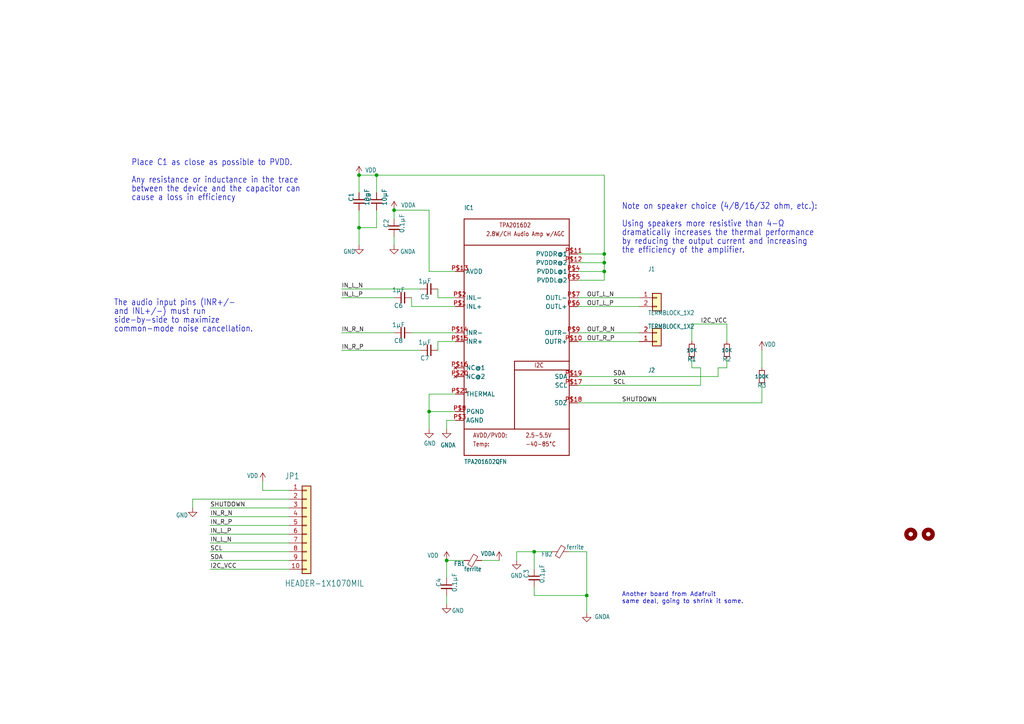
<source format=kicad_sch>
(kicad_sch (version 20211123) (generator eeschema)
  (paper "A4")
  (lib_symbols
    (symbol "Connector_Generic:Conn_01x02" (pin_names (offset 1.016) hide)
      (property "Reference" "J" (at 0 2.54 0))
      (property "Value" "Conn_01x02" (at 0 -5.08 0))
      (symbol "Conn_01x02_1_1"
        (rectangle (start -1.27 -2.413) (end 0 -2.667) (stroke (width 0.1524)))
        (rectangle (start -1.27 0.127) (end 0 -0.127) (stroke (width 0.1524)))
        (rectangle (start -1.27 1.27) (end 1.27 -3.81) (stroke (width 0.254)) (fill (type background)))
        (pin passive line (at -5.08 0 0) (length 3.81) (name "Pin_1") (number "1"))
        (pin passive line (at -5.08 -2.54 0) (length 3.81) (name "Pin_2") (number "2"))
      )
    )
    (symbol "Connector_Generic:Conn_01x10" (pin_names (offset 1.016) hide)
      (property "Reference" "J" (at 0 12.7 0))
      (property "Value" "Conn_01x10" (at 0 -15.24 0))
      (symbol "Conn_01x10_1_1"
        (rectangle (start -1.27 -12.573) (end 0 -12.827) (stroke (width 0.1524)))
        (rectangle (start -1.27 -10.033) (end 0 -10.287) (stroke (width 0.1524)))
        (rectangle (start -1.27 -7.493) (end 0 -7.747) (stroke (width 0.1524)))
        (rectangle (start -1.27 -4.953) (end 0 -5.207) (stroke (width 0.1524)))
        (rectangle (start -1.27 -2.413) (end 0 -2.667) (stroke (width 0.1524)))
        (rectangle (start -1.27 0.127) (end 0 -0.127) (stroke (width 0.1524)))
        (rectangle (start -1.27 2.667) (end 0 2.413) (stroke (width 0.1524)))
        (rectangle (start -1.27 5.207) (end 0 4.953) (stroke (width 0.1524)))
        (rectangle (start -1.27 7.747) (end 0 7.493) (stroke (width 0.1524)))
        (rectangle (start -1.27 10.287) (end 0 10.033) (stroke (width 0.1524)))
        (rectangle (start -1.27 11.43) (end 1.27 -13.97) (stroke (width 0.254)) (fill (type background)))
        (pin passive line (at -5.08 10.16 0) (length 3.81) (name "Pin_1") (number "1"))
        (pin passive line (at -5.08 -12.7 0) (length 3.81) (name "Pin_10") (number "10"))
        (pin passive line (at -5.08 7.62 0) (length 3.81) (name "Pin_2") (number "2"))
        (pin passive line (at -5.08 5.08 0) (length 3.81) (name "Pin_3") (number "3"))
        (pin passive line (at -5.08 2.54 0) (length 3.81) (name "Pin_4") (number "4"))
        (pin passive line (at -5.08 0 0) (length 3.81) (name "Pin_5") (number "5"))
        (pin passive line (at -5.08 -2.54 0) (length 3.81) (name "Pin_6") (number "6"))
        (pin passive line (at -5.08 -5.08 0) (length 3.81) (name "Pin_7") (number "7"))
        (pin passive line (at -5.08 -7.62 0) (length 3.81) (name "Pin_8") (number "8"))
        (pin passive line (at -5.08 -10.16 0) (length 3.81) (name "Pin_9") (number "9"))
      )
    )
    (symbol "Device:C_Small" (pin_numbers hide) (pin_names (offset 0.254) hide)
      (property "Reference" "C" (at 0.254 1.778 0))
      (property "Value" "C_Small" (at 0.254 -2.032 0))
      (symbol "C_Small_0_1"
        (polyline (pts (xy -1.524 -0.508) (xy 1.524 -0.508)) (stroke (width 0.3302)))
        (polyline (pts (xy -1.524 0.508) (xy 1.524 0.508)) (stroke (width 0.3048)))
      )
      (symbol "C_Small_1_1"
        (pin passive line (at 0 2.54 270) (length 2.032) (name "~") (number "1"))
        (pin passive line (at 0 -2.54 90) (length 2.032) (name "~") (number "2"))
      )
    )
    (symbol "Device:FerriteBead_Small" (pin_numbers hide) (pin_names (offset 0))
      (property "Reference" "FB" (at 1.905 1.27 0))
      (property "Value" "FerriteBead_Small" (at 1.905 -1.27 0))
      (symbol "FerriteBead_Small_0_1"
        (polyline (pts (xy 0 -1.27) (xy 0 -0.7874)))
        (polyline (pts (xy 0 0.889) (xy 0 1.2954)))
        (polyline (pts (xy -1.8288 0.2794) (xy -1.1176 1.4986) (xy 1.8288 -0.2032) (xy 1.1176 -1.4224) (xy -1.8288 0.2794)))
      )
      (symbol "FerriteBead_Small_1_1"
        (pin passive line (at 0 2.54 270) (length 1.27) (name "~") (number "1"))
        (pin passive line (at 0 -2.54 90) (length 1.27) (name "~") (number "2"))
      )
    )
    (symbol "Device:R_Small" (pin_numbers hide) (pin_names (offset 0.254) hide)
      (property "Reference" "R" (at 0.762 0.508 0))
      (property "Value" "R_Small" (at 0.762 -1.016 0))
      (symbol "R_Small_0_1"
        (rectangle (start -0.762 1.778) (end 0.762 -1.778) (stroke (width 0.2032)))
      )
      (symbol "R_Small_1_1"
        (pin passive line (at 0 2.54 270) (length 0.762) (name "~") (number "1"))
        (pin passive line (at 0 -2.54 90) (length 0.762) (name "~") (number "2"))
      )
    )
    (symbol "Mechanical:MountingHole" (pin_names (offset 1.016))
      (property "Reference" "H" (at 0 5.08 0))
      (property "Value" "MountingHole" (at 0 3.175 0))
      (symbol "MountingHole_0_1"
        (circle (center 0 0) (radius 1.27) (stroke (width 1.27)))
      )
    )
    (symbol "TPA2016D2-eagle-import:TPA2016D2QFN"
      (property "Reference" "IC" (at -15.24 33.02 0))
      (property "Value" "TPA2016D2QFN" (at -15.24 -40.64 0))
      (symbol "TPA2016D2QFN_1_0"
        (polyline (pts (xy -15.24 -38.1) (xy -15.24 -30.48)) (stroke (width 0.254)))
        (polyline (pts (xy -15.24 -30.48) (xy -15.24 22.86)) (stroke (width 0.254)))
        (polyline (pts (xy -15.24 22.86) (xy 15.24 22.86)) (stroke (width 0.254)))
        (polyline (pts (xy -15.24 30.48) (xy -15.24 22.86)) (stroke (width 0.254)))
        (polyline (pts (xy -15.24 30.48) (xy 15.24 30.48)) (stroke (width 0.254)))
        (polyline (pts (xy -0.635 -30.48) (xy -15.24 -30.48)) (stroke (width 0.254)))
        (polyline (pts (xy -0.635 -13.335) (xy -0.635 -30.48)) (stroke (width 0.254)))
        (polyline (pts (xy -0.635 -13.335) (xy 15.24 -13.335)) (stroke (width 0.254)))
        (polyline (pts (xy -0.635 -10.795) (xy -0.635 -13.335)) (stroke (width 0.254)))
        (polyline (pts (xy 15.24 -38.1) (xy -15.24 -38.1)) (stroke (width 0.254)))
        (polyline (pts (xy 15.24 -38.1) (xy 15.24 -30.48)) (stroke (width 0.254)))
        (polyline (pts (xy 15.24 -30.48) (xy -0.635 -30.48)) (stroke (width 0.254)))
        (polyline (pts (xy 15.24 -13.335) (xy 15.24 -30.48)) (stroke (width 0.254)))
        (polyline (pts (xy 15.24 -10.795) (xy -0.635 -10.795)) (stroke (width 0.254)))
        (polyline (pts (xy 15.24 -10.795) (xy 15.24 -13.335)) (stroke (width 0.254)))
        (polyline (pts (xy 15.24 22.86) (xy 15.24 -10.795)) (stroke (width 0.254)))
        (polyline (pts (xy 15.24 30.48) (xy 15.24 22.86)) (stroke (width 0.254)))
        (text "-40-85°C" (at 2.54 -35.56 0) (effects (font (size 1.27 1.0795)) (justify left bottom)))
        (text "2.5-5.5V" (at 2.54 -33.02 0) (effects (font (size 1.27 1.0795)) (justify left bottom)))
        (text "2.8W/CH Audio Amp w/AGC" (at -8.89 25.4 0) (effects (font (size 1.27 1.0795)) (justify left bottom)))
        (text "AVDD/PVDD:" (at -12.7 -33.02 0) (effects (font (size 1.27 1.0795)) (justify left bottom)))
        (text "I2C" (at 5.08 -12.7 0) (effects (font (size 1.27 1.0795)) (justify left bottom)))
        (text "Temp:" (at -12.7 -35.56 0) (effects (font (size 1.27 1.0795)) (justify left bottom)))
        (text "TPA2016D2" (at -5.08 27.94 0) (effects (font (size 1.27 1.0795)) (justify left bottom)))
        (pin input line (at -17.78 5.08 0) (length 2.54) (name "INL+") (number "P$1"))
        (pin output line (at 17.78 -5.08 180) (length 2.54) (name "OUTR+") (number "P$10"))
        (pin power_in line (at 17.78 20.32 180) (length 2.54) (name "PVDDR@1") (number "P$11"))
        (pin power_in line (at 17.78 17.78 180) (length 2.54) (name "PVDDR@2") (number "P$12"))
        (pin power_in line (at -17.78 15.24 0) (length 2.54) (name "AVDD") (number "P$13"))
        (pin input line (at -17.78 -2.54 0) (length 2.54) (name "INR-") (number "P$14"))
        (pin input line (at -17.78 -5.08 0) (length 2.54) (name "INR+") (number "P$15"))
        (pin no_connect line (at -17.78 -12.7 0) (length 2.54) (name "NC@1") (number "P$16"))
        (pin bidirectional line (at 17.78 -17.78 180) (length 2.54) (name "SCL") (number "P$17"))
        (pin input line (at 17.78 -22.86 180) (length 2.54) (name "SDZ") (number "P$18"))
        (pin bidirectional line (at 17.78 -15.24 180) (length 2.54) (name "SDA") (number "P$19"))
        (pin input line (at -17.78 7.62 0) (length 2.54) (name "INL-") (number "P$2"))
        (pin no_connect line (at -17.78 -15.24 0) (length 2.54) (name "NC@2") (number "P$20"))
        (pin bidirectional line (at -17.78 -20.32 0) (length 2.54) (name "THERMAL") (number "P$21"))
        (pin power_in line (at -17.78 -27.94 0) (length 2.54) (name "AGND") (number "P$3"))
        (pin power_in line (at 17.78 15.24 180) (length 2.54) (name "PVDDL@1") (number "P$4"))
        (pin power_in line (at 17.78 12.7 180) (length 2.54) (name "PVDDL@2") (number "P$5"))
        (pin output line (at 17.78 5.08 180) (length 2.54) (name "OUTL+") (number "P$6"))
        (pin output line (at 17.78 7.62 180) (length 2.54) (name "OUTL-") (number "P$7"))
        (pin power_in line (at -17.78 -25.4 0) (length 2.54) (name "PGND") (number "P$8"))
        (pin output line (at 17.78 -2.54 180) (length 2.54) (name "OUTR-") (number "P$9"))
      )
    )
    (symbol "power:GND" (power) (pin_names (offset 0))
      (property "Value" "GND" (at 0 -3.81 0))
      (symbol "GND_0_1"
        (polyline (pts (xy 0 0) (xy 0 -1.27) (xy 1.27 -1.27) (xy 0 -2.54) (xy -1.27 -1.27) (xy 0 -1.27)))
      )
      (symbol "GND_1_1"
        (pin power_in line (at 0 0 270) (length 0) hide (name "GND") (number "1"))
      )
    )
    (symbol "power:GNDA" (power) (pin_names (offset 0))
      (property "Value" "GNDA" (at 0 -3.81 0))
      (symbol "GNDA_0_1"
        (polyline (pts (xy 0 0) (xy 0 -1.27) (xy 1.27 -1.27) (xy 0 -2.54) (xy -1.27 -1.27) (xy 0 -1.27)))
      )
      (symbol "GNDA_1_1"
        (pin power_in line (at 0 0 270) (length 0) hide (name "GNDA") (number "1"))
      )
    )
    (symbol "power:VDD" (power) (pin_names (offset 0))
      (property "Value" "VDD" (at 0 3.81 0))
      (symbol "VDD_0_1"
        (polyline (pts (xy -0.762 1.27) (xy 0 2.54)))
        (polyline (pts (xy 0 0) (xy 0 2.54)))
        (polyline (pts (xy 0 2.54) (xy 0.762 1.27)))
      )
      (symbol "VDD_1_1"
        (pin power_in line (at 0 0 90) (length 0) hide (name "VDD") (number "1"))
      )
    )
    (symbol "power:VDDA" (power) (pin_names (offset 0))
      (property "Value" "VDDA" (at 0 3.81 0))
      (symbol "VDDA_0_1"
        (polyline (pts (xy -0.762 1.27) (xy 0 2.54)))
        (polyline (pts (xy 0 0) (xy 0 2.54)))
        (polyline (pts (xy 0 2.54) (xy 0.762 1.27)))
      )
      (symbol "VDDA_1_1"
        (pin power_in line (at 0 0 90) (length 0) hide (name "VDDA") (number "1"))
      )
    )
  )
  (junction (at 175.26 76.2))
  (junction (at 129.54 162.56))
  (junction (at 109.22 50.8))
  (junction (at 170.18 172.72))
  (junction (at 104.14 66.04))
  (junction (at 114.3 60.96))
  (junction (at 175.26 78.74))
  (junction (at 175.26 73.66))
  (junction (at 124.46 119.38))
  (junction (at 104.14 50.8))
  (junction (at 154.94 160.02))
  (wire (pts (xy 99.06 96.52) (xy 114.3 96.52)))
  (wire (pts (xy 109.22 66.04) (xy 109.22 60.96)))
  (wire (pts (xy 167.64 111.76) (xy 203.2 111.76)))
  (wire (pts (xy 83.82 157.48) (xy 60.96 157.48)))
  (wire (pts (xy 160.02 160.02) (xy 154.94 160.02)))
  (wire (pts (xy 127 101.6) (xy 127 99.06)))
  (wire (pts (xy 83.82 160.02) (xy 60.96 160.02)))
  (wire (pts (xy 114.3 68.58) (xy 114.3 71.12)))
  (wire (pts (xy 124.46 78.74) (xy 124.46 60.96)))
  (wire (pts (xy 210.82 104.14) (xy 210.82 106.68)))
  (wire (pts (xy 167.64 109.22) (xy 208.28 109.22)))
  (wire (pts (xy 104.14 50.8) (xy 104.14 55.88)))
  (wire (pts (xy 208.28 106.68) (xy 210.82 106.68)))
  (wire (pts (xy 132.08 121.92) (xy 129.54 121.92)))
  (wire (pts (xy 167.64 88.9) (xy 185.42 88.9)))
  (wire (pts (xy 175.26 50.8) (xy 175.26 73.66)))
  (wire (pts (xy 124.46 114.3) (xy 124.46 119.38)))
  (wire (pts (xy 124.46 119.38) (xy 124.46 124.46)))
  (wire (pts (xy 129.54 162.56) (xy 134.62 162.56)))
  (wire (pts (xy 149.86 160.02) (xy 149.86 162.56)))
  (wire (pts (xy 99.06 86.36) (xy 114.3 86.36)))
  (wire (pts (xy 154.94 172.72) (xy 170.18 172.72)))
  (wire (pts (xy 132.08 78.74) (xy 124.46 78.74)))
  (wire (pts (xy 175.26 73.66) (xy 175.26 76.2)))
  (wire (pts (xy 55.88 144.78) (xy 83.82 144.78)))
  (wire (pts (xy 129.54 172.72) (xy 129.54 175.26)))
  (wire (pts (xy 127 86.36) (xy 127 83.82)))
  (wire (pts (xy 83.82 154.94) (xy 60.96 154.94)))
  (wire (pts (xy 83.82 152.4) (xy 60.96 152.4)))
  (wire (pts (xy 220.98 111.76) (xy 220.98 116.84)))
  (wire (pts (xy 119.38 96.52) (xy 132.08 96.52)))
  (wire (pts (xy 83.82 147.32) (xy 60.96 147.32)))
  (wire (pts (xy 104.14 66.04) (xy 109.22 66.04)))
  (wire (pts (xy 60.96 162.56) (xy 83.82 162.56)))
  (wire (pts (xy 76.2 142.24) (xy 76.2 139.7)))
  (wire (pts (xy 119.38 86.36) (xy 119.38 88.9)))
  (wire (pts (xy 167.64 96.52) (xy 185.42 96.52)))
  (wire (pts (xy 114.3 60.96) (xy 114.3 63.5)))
  (wire (pts (xy 200.66 104.14) (xy 200.66 106.68)))
  (wire (pts (xy 200.66 93.98) (xy 200.66 99.06)))
  (wire (pts (xy 170.18 172.72) (xy 170.18 177.8)))
  (wire (pts (xy 208.28 109.22) (xy 208.28 106.68)))
  (wire (pts (xy 167.64 99.06) (xy 185.42 99.06)))
  (wire (pts (xy 154.94 160.02) (xy 154.94 165.1)))
  (wire (pts (xy 83.82 149.86) (xy 60.96 149.86)))
  (wire (pts (xy 139.7 162.56) (xy 144.78 162.56)))
  (wire (pts (xy 104.14 60.96) (xy 104.14 66.04)))
  (wire (pts (xy 109.22 50.8) (xy 109.22 55.88)))
  (wire (pts (xy 154.94 160.02) (xy 149.86 160.02)))
  (wire (pts (xy 104.14 66.04) (xy 104.14 71.12)))
  (wire (pts (xy 203.2 111.76) (xy 203.2 106.68)))
  (wire (pts (xy 129.54 162.56) (xy 129.54 167.64)))
  (wire (pts (xy 154.94 170.18) (xy 154.94 172.72)))
  (wire (pts (xy 124.46 60.96) (xy 114.3 60.96)))
  (wire (pts (xy 170.18 160.02) (xy 170.18 172.72)))
  (wire (pts (xy 210.82 93.98) (xy 200.66 93.98)))
  (wire (pts (xy 175.26 78.74) (xy 175.26 81.28)))
  (wire (pts (xy 83.82 142.24) (xy 76.2 142.24)))
  (wire (pts (xy 104.14 50.8) (xy 109.22 50.8)))
  (wire (pts (xy 175.26 81.28) (xy 167.64 81.28)))
  (wire (pts (xy 129.54 121.92) (xy 129.54 124.46)))
  (wire (pts (xy 132.08 119.38) (xy 124.46 119.38)))
  (wire (pts (xy 119.38 88.9) (xy 132.08 88.9)))
  (wire (pts (xy 167.64 86.36) (xy 185.42 86.36)))
  (wire (pts (xy 127 99.06) (xy 132.08 99.06)))
  (wire (pts (xy 132.08 114.3) (xy 124.46 114.3)))
  (wire (pts (xy 55.88 144.78) (xy 55.88 147.32)))
  (wire (pts (xy 167.64 116.84) (xy 220.98 116.84)))
  (wire (pts (xy 99.06 101.6) (xy 121.92 101.6)))
  (wire (pts (xy 167.64 73.66) (xy 175.26 73.66)))
  (wire (pts (xy 210.82 93.98) (xy 210.82 99.06)))
  (wire (pts (xy 165.1 160.02) (xy 170.18 160.02)))
  (wire (pts (xy 99.06 83.82) (xy 121.92 83.82)))
  (wire (pts (xy 167.64 78.74) (xy 175.26 78.74)))
  (wire (pts (xy 220.98 101.6) (xy 220.98 106.68)))
  (wire (pts (xy 175.26 76.2) (xy 175.26 78.74)))
  (wire (pts (xy 132.08 86.36) (xy 127 86.36)))
  (wire (pts (xy 203.2 106.68) (xy 200.66 106.68)))
  (wire (pts (xy 83.82 165.1) (xy 60.96 165.1)))
  (wire (pts (xy 175.26 76.2) (xy 167.64 76.2)))
  (wire (pts (xy 109.22 50.8) (xy 175.26 50.8)))
  (text "between the device and the capacitor can" (at 38.1 55.88 180) (effects (font (size 1.778 1.5113)) (justify left bottom)))
  (text "common-mode noise cancellation." (at 33.02 96.52 180) (effects (font (size 1.778 1.5113)) (justify left bottom)))
  (text "Another board from Adafruit\nsame deal, going to shrink it some." (at 180.34 175.26 0) (effects (font (size 1.27 1.27)) (justify left bottom)))
  (text "the efficiency of the amplifier." (at 180.34 73.66 180) (effects (font (size 1.778 1.5113)) (justify left bottom)))
  (text "and INL+/-) must run" (at 33.02 91.44 180) (effects (font (size 1.778 1.5113)) (justify left bottom)))
  (text "cause a loss in efficiency" (at 38.1 58.42 180) (effects (font (size 1.778 1.5113)) (justify left bottom)))
  (text "Using speakers more resistive than 4-Ω" (at 180.34 66.04 180) (effects (font (size 1.778 1.5113)) (justify left bottom)))
  (text "dramatically increases the thermal performance" (at 180.34 68.58 180) (effects (font (size 1.778 1.5113)) (justify left bottom)))
  (text "Place C1 as close as possible to PVDD." (at 38.1 48.26 180) (effects (font (size 1.778 1.5113)) (justify left bottom)))
  (text "The audio input pins (INR+/-" (at 33.02 88.9 180) (effects (font (size 1.778 1.5113)) (justify left bottom)))
  (text "Any resistance or inductance in the trace" (at 38.1 53.34 180) (effects (font (size 1.778 1.5113)) (justify left bottom)))
  (text "Note on speaker choice (4/8/16/32 ohm, etc.):" (at 180.34 60.96 180) (effects (font (size 1.778 1.5113)) (justify left bottom)))
  (text "by reducing the output current and increasing" (at 180.34 71.12 180) (effects (font (size 1.778 1.5113)) (justify left bottom)))
  (text "side-by-side to maximize" (at 33.02 93.98 180) (effects (font (size 1.778 1.5113)) (justify left bottom)))
  (label "SCL" (at 177.8 111.76 0) (effects (font (size 1.2446 1.2446))))
  (label "OUT_L_P" (at 170.18 88.9 0) (effects (font (size 1.2446 1.2446))))
  (label "I2C_VCC" (at 203.2 93.98 0) (effects (font (size 1.2446 1.2446))))
  (label "IN_L_P" (at 60.96 154.94 0) (effects (font (size 1.2446 1.2446))))
  (label "OUT_L_N" (at 170.18 86.36 0) (effects (font (size 1.2446 1.2446))))
  (label "SDA" (at 177.8 109.22 0) (effects (font (size 1.2446 1.2446))))
  (label "IN_R_P" (at 60.96 152.4 0) (effects (font (size 1.2446 1.2446))))
  (label "SHUTDOWN" (at 180.34 116.84 0) (effects (font (size 1.2446 1.2446))))
  (label "IN_R_P" (at 99.06 101.6 0) (effects (font (size 1.2446 1.2446))))
  (label "SHUTDOWN" (at 60.96 147.32 0) (effects (font (size 1.2446 1.2446))))
  (label "IN_L_N" (at 99.06 83.82 0) (effects (font (size 1.2446 1.2446))))
  (label "SCL" (at 60.96 160.02 0) (effects (font (size 1.2446 1.2446))))
  (label "SDA" (at 60.96 162.56 0) (effects (font (size 1.2446 1.2446))))
  (label "OUT_R_P" (at 170.18 99.06 0) (effects (font (size 1.2446 1.2446))))
  (label "I2C_VCC" (at 60.96 165.1 0) (effects (font (size 1.2446 1.2446))))
  (label "IN_R_N" (at 60.96 149.86 0) (effects (font (size 1.2446 1.2446))))
  (label "IN_L_N" (at 60.96 157.48 0) (effects (font (size 1.2446 1.2446))))
  (label "IN_L_P" (at 99.06 86.36 0) (effects (font (size 1.2446 1.2446))))
  (label "IN_R_N" (at 99.06 96.52 0) (effects (font (size 1.2446 1.2446))))
  (label "OUT_R_N" (at 170.18 96.52 0) (effects (font (size 1.2446 1.2446))))
  (symbol (lib_id "Device:C_Small") (at 154.94 167.64 0) (unit 1)
    (property "Reference" "C3" (at 152.65 166.39 90))
    (property "Value" "0.1µF" (at 157.24 166.39 90))
    (property "Footprint" "Capacitor_SMD:C_0805_2012Metric" (effects hide))
  )
  (symbol (lib_id "Connector_Generic:Conn_01x02") (at 190.5 99.06 0) (mirror x) (unit 1)
    (property "Reference" "J2" (at 187.96 106.68 0) (effects (font (size 1.27 1.0795)) (justify left bottom)))
    (property "Value" "TERMBLOCK_1X2" (at 187.96 93.98 0) (effects (font (size 1.27 1.0795)) (justify left bottom)))
    (property "Footprint" "Connector_PinHeader_2.54mm:PinHeader_1x02_P2.54mm_Vertical" (effects hide))
  )
  (symbol (lib_id "power:VDD") (at 220.98 101.6 0) (unit 1)
    (property "Reference" "#U$2" (effects hide))
    (property "Value" "VDD" (at 221.742 100.584 0) (effects (font (size 1.27 1.0795)) (justify left bottom)))
  )
  (symbol (lib_id "power:VDD") (at 76.2 139.7 0) (unit 1)
    (property "Reference" "#U$18" (effects hide))
    (property "Value" "VDD" (at 71.628 138.684 0) (effects (font (size 1.27 1.0795)) (justify left bottom)))
  )
  (symbol (lib_id "Device:R_Small") (at 220.98 109.22 180) (unit 1)
    (property "Reference" "R3" (at 220.98 111.76 0))
    (property "Value" "100K" (at 220.98 109.22 0) (effects (font (size 1.016 1.016) bold)))
    (property "Footprint" "Capacitor_SMD:C_0805_2012Metric" (effects hide))
  )
  (symbol (lib_id "Device:FerriteBead_Small") (at 162.56 160.02 90) (unit 1)
    (property "Reference" "FB2" (at 160.274 160.02 90) (effects (font (size 1.27 1.0795)) (justify left bottom)))
    (property "Value" "ferrite" (at 169.418 157.988 90) (effects (font (size 1.27 1.0795)) (justify left bottom)))
    (property "Footprint" "Resistor_SMD:R_0805_2012Metric" (effects hide))
  )
  (symbol (lib_id "power:GND") (at 55.88 147.32 0) (unit 1)
    (property "Reference" "#U$19" (effects hide))
    (property "Value" "GND" (at 51.054 150.114 0) (effects (font (size 1.27 1.0795)) (justify left bottom)))
  )
  (symbol (lib_id "power:GND") (at 104.14 71.12 0) (unit 1)
    (property "Reference" "#U$11" (effects hide))
    (property "Value" "GND" (at 99.568 73.66 0) (effects (font (size 1.27 1.0795)) (justify left bottom)))
  )
  (symbol (lib_id "Device:C_Small") (at 109.22 58.42 0) (unit 1)
    (property "Reference" "C9" (at 106.93 57.17 90))
    (property "Value" "10µF" (at 111.52 57.17 90))
    (property "Footprint" "Capacitor_SMD:C_0805_2012Metric" (effects hide))
  )
  (symbol (lib_id "Device:C_Small") (at 124.46 83.82 90) (unit 1)
    (property "Reference" "C5" (at 123.21 86.11 90))
    (property "Value" "1µF" (at 123.21 81.52 90))
    (property "Footprint" "Capacitor_SMD:C_0805_2012Metric" (effects hide))
  )
  (symbol (lib_id "Connector_Generic:Conn_01x02") (at 190.5 86.36 0) (unit 1)
    (property "Reference" "J1" (at 187.96 78.74 0) (effects (font (size 1.27 1.0795)) (justify left bottom)))
    (property "Value" "TERMBLOCK_1X2" (at 187.96 91.44 0) (effects (font (size 1.27 1.0795)) (justify left bottom)))
    (property "Footprint" "Connector_PinHeader_2.54mm:PinHeader_1x02_P2.54mm_Vertical" (effects hide))
  )
  (symbol (lib_id "power:GNDA") (at 114.3 71.12 0) (unit 1)
    (property "Reference" "#U$16" (effects hide))
    (property "Value" "AGND" (at 116.078 73.66 0) (effects (font (size 1.27 1.0795)) (justify left bottom)))
  )
  (symbol (lib_id "Device:R_Small") (at 200.66 101.6 180) (unit 1)
    (property "Reference" "R1" (at 200.66 104.14 0))
    (property "Value" "10K" (at 200.66 101.6 0) (effects (font (size 1.016 1.016) bold)))
    (property "Footprint" "Capacitor_SMD:C_0805_2012Metric" (effects hide))
  )
  (symbol (lib_id "Device:C_Small") (at 116.84 96.52 90) (unit 1)
    (property "Reference" "C8" (at 115.59 98.81 90))
    (property "Value" "1µF" (at 115.59 94.22 90))
    (property "Footprint" "Capacitor_SMD:C_0805_2012Metric" (effects hide))
  )
  (symbol (lib_id "power:GND") (at 124.46 124.46 0) (unit 1)
    (property "Reference" "#U$5" (effects hide))
    (property "Value" "GND" (at 122.936 129.286 0) (effects (font (size 1.27 1.0795)) (justify left bottom)))
  )
  (symbol (lib_id "power:GND") (at 149.86 162.56 0) (unit 1)
    (property "Reference" "#U$6" (effects hide))
    (property "Value" "GND" (at 148.082 167.64 0) (effects (font (size 1.27 1.0795)) (justify left bottom)))
  )
  (symbol (lib_id "Mechanical:MountingHole") (at 264.16 154.94 0) (unit 1)
    (property "Reference" "U$21" (effects hide))
    (property "Value" "MOUNTINGHOLE" (effects hide))
    (property "Footprint" "MountingHole:MountingHole_2.2mm_M2" (effects hide))
  )
  (symbol (lib_id "Mechanical:MountingHole") (at 269.24 154.94 0) (unit 1)
    (property "Reference" "U$20" (effects hide))
    (property "Value" "MOUNTINGHOLE" (effects hide))
    (property "Footprint" "MountingHole:MountingHole_2.2mm_M2" (effects hide))
  )
  (symbol (lib_id "Device:R_Small") (at 210.82 101.6 180) (unit 1)
    (property "Reference" "R2" (at 210.82 104.14 0))
    (property "Value" "10K" (at 210.82 101.6 0) (effects (font (size 1.016 1.016) bold)))
    (property "Footprint" "Capacitor_SMD:C_0805_2012Metric" (effects hide))
  )
  (symbol (lib_id "Device:C_Small") (at 114.3 66.04 0) (unit 1)
    (property "Reference" "C2" (at 112.01 64.79 90))
    (property "Value" "0.1µF" (at 116.6 64.79 90))
    (property "Footprint" "Capacitor_SMD:C_0805_2012Metric" (effects hide))
  )
  (symbol (lib_id "power:VDD") (at 104.14 50.8 0) (unit 1)
    (property "Reference" "#U$10" (effects hide))
    (property "Value" "VDD" (at 105.918 50.038 0) (effects (font (size 1.27 1.0795)) (justify left bottom)))
  )
  (symbol (lib_id "power:GND") (at 129.54 175.26 0) (unit 1)
    (property "Reference" "#U$17" (effects hide))
    (property "Value" "GND" (at 131.064 177.8 0) (effects (font (size 1.27 1.0795)) (justify left bottom)))
  )
  (symbol (lib_id "power:VDDA") (at 114.3 60.96 0) (unit 1)
    (property "Reference" "#U$15" (effects hide))
    (property "Value" "AVDD" (at 116.332 60.198 0) (effects (font (size 1.27 1.0795)) (justify left bottom)))
  )
  (symbol (lib_id "power:GNDA") (at 129.54 124.46 0) (unit 1)
    (property "Reference" "#U$14" (effects hide))
    (property "Value" "AGND" (at 127.762 129.794 0) (effects (font (size 1.27 1.0795)) (justify left bottom)))
  )
  (symbol (lib_id "power:VDD") (at 129.54 162.56 0) (unit 1)
    (property "Reference" "#U$7" (effects hide))
    (property "Value" "VDD" (at 123.952 161.798 0) (effects (font (size 1.27 1.0795)) (justify left bottom)))
  )
  (symbol (lib_id "power:GNDA") (at 170.18 177.8 0) (unit 1)
    (property "Reference" "#U$8" (effects hide))
    (property "Value" "GNDA" (at 172.466 179.578 0) (effects (font (size 1.27 1.0795)) (justify left bottom)))
  )
  (symbol (lib_id "power:VDDA") (at 144.78 162.56 0) (unit 1)
    (property "Reference" "#U$9" (effects hide))
    (property "Value" "AVDD" (at 139.446 161.29 0) (effects (font (size 1.27 1.0795)) (justify left bottom)))
  )
  (symbol (lib_id "Device:C_Small") (at 116.84 86.36 90) (unit 1)
    (property "Reference" "C6" (at 115.59 88.65 90))
    (property "Value" "1µF" (at 115.59 84.06 90))
    (property "Footprint" "Capacitor_SMD:C_0805_2012Metric" (effects hide))
  )
  (symbol (lib_id "Device:FerriteBead_Small") (at 137.16 162.56 90) (unit 1)
    (property "Reference" "FB1" (at 134.874 162.814 90) (effects (font (size 1.27 1.0795)) (justify left bottom)))
    (property "Value" "ferrite" (at 139.7 164.338 90) (effects (font (size 1.27 1.0795)) (justify left bottom)))
    (property "Footprint" "Resistor_SMD:R_0805_2012Metric" (effects hide))
  )
  (symbol (lib_id "TPA2016D2-eagle-import:TPA2016D2QFN") (at 149.86 93.98 0) (unit 1)
    (property "Reference" "IC1" (at 134.62 60.96 0) (effects (font (size 1.27 1.0795)) (justify left bottom)))
    (property "Value" "TPA2016D2QFN" (at 134.62 134.62 0) (effects (font (size 1.27 1.0795)) (justify left bottom)))
    (property "Footprint" "Package_DFN_QFN:QFN-20-1EP_4x4mm_P0.5mm_EP2.5x2.5mm" (effects hide))
  )
  (symbol (lib_id "Device:C_Small") (at 104.14 58.42 0) (unit 1)
    (property "Reference" "C1" (at 101.85 57.17 90))
    (property "Value" "10µF" (at 106.44 57.17 90))
    (property "Footprint" "Capacitor_SMD:C_0805_2012Metric" (effects hide))
  )
  (symbol (lib_id "Device:C_Small") (at 129.54 170.18 0) (unit 1)
    (property "Reference" "C4" (at 127.25 168.93 90))
    (property "Value" "0.1µF" (at 131.84 168.93 90))
    (property "Footprint" "Capacitor_SMD:C_0805_2012Metric" (effects hide))
  )
  (symbol (lib_id "Device:C_Small") (at 124.46 101.6 90) (unit 1)
    (property "Reference" "C7" (at 123.21 103.89 90))
    (property "Value" "1µF" (at 123.21 99.3 90))
    (property "Footprint" "Capacitor_SMD:C_0805_2012Metric" (effects hide))
  )
  (symbol (lib_id "Connector_Generic:Conn_01x10") (at 88.9 152.4 0) (unit 1)
    (property "Reference" "JP1" (at 82.55 139.065 0) (effects (font (size 1.778 1.5113)) (justify left bottom)))
    (property "Value" "HEADER-1X1070MIL" (at 82.55 170.18 0) (effects (font (size 1.778 1.5113)) (justify left bottom)))
    (property "Footprint" "Connector_PinHeader_2.54mm:PinHeader_1x10_P2.54mm_Vertical" (effects hide))
  )
)
</source>
